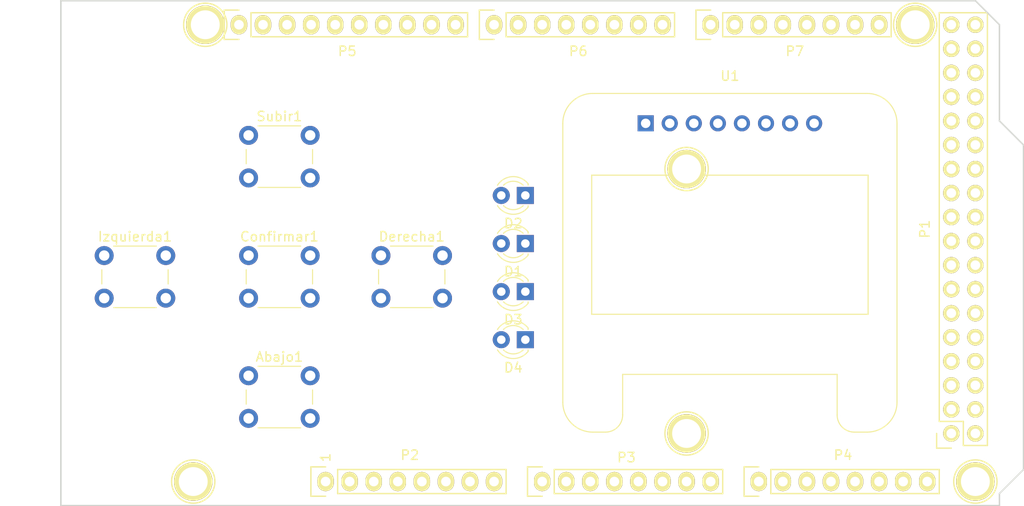
<source format=kicad_pcb>
(kicad_pcb (version 20171130) (host pcbnew 5.1.5-52549c5~84~ubuntu18.04.1)

  (general
    (thickness 1.6)
    (drawings 27)
    (tracks 0)
    (zones 0)
    (modules 23)
    (nets 99)
  )

  (page A4)
  (title_block
    (date "mar. 31 mars 2015")
  )

  (layers
    (0 F.Cu signal)
    (31 B.Cu signal)
    (32 B.Adhes user)
    (33 F.Adhes user)
    (34 B.Paste user)
    (35 F.Paste user)
    (36 B.SilkS user)
    (37 F.SilkS user)
    (38 B.Mask user)
    (39 F.Mask user)
    (40 Dwgs.User user)
    (41 Cmts.User user)
    (42 Eco1.User user)
    (43 Eco2.User user)
    (44 Edge.Cuts user)
    (45 Margin user)
    (46 B.CrtYd user)
    (47 F.CrtYd user)
    (48 B.Fab user)
    (49 F.Fab user)
  )

  (setup
    (last_trace_width 0.25)
    (trace_clearance 0.2)
    (zone_clearance 0.508)
    (zone_45_only no)
    (trace_min 0.2)
    (via_size 0.6)
    (via_drill 0.4)
    (via_min_size 0.4)
    (via_min_drill 0.3)
    (uvia_size 0.3)
    (uvia_drill 0.1)
    (uvias_allowed no)
    (uvia_min_size 0.2)
    (uvia_min_drill 0.1)
    (edge_width 0.15)
    (segment_width 0.15)
    (pcb_text_width 0.3)
    (pcb_text_size 1.5 1.5)
    (mod_edge_width 0.15)
    (mod_text_size 1 1)
    (mod_text_width 0.15)
    (pad_size 4.064 4.064)
    (pad_drill 3.048)
    (pad_to_mask_clearance 0)
    (aux_axis_origin 103.378 121.666)
    (visible_elements FFFFFF7F)
    (pcbplotparams
      (layerselection 0x00030_80000001)
      (usegerberextensions false)
      (usegerberattributes false)
      (usegerberadvancedattributes false)
      (creategerberjobfile false)
      (excludeedgelayer true)
      (linewidth 0.100000)
      (plotframeref false)
      (viasonmask false)
      (mode 1)
      (useauxorigin false)
      (hpglpennumber 1)
      (hpglpenspeed 20)
      (hpglpendiameter 15.000000)
      (psnegative false)
      (psa4output false)
      (plotreference true)
      (plotvalue true)
      (plotinvisibletext false)
      (padsonsilk false)
      (subtractmaskfromsilk false)
      (outputformat 1)
      (mirror false)
      (drillshape 1)
      (scaleselection 1)
      (outputdirectory ""))
  )

  (net 0 "")
  (net 1 GND)
  (net 2 "/52(SCK)")
  (net 3 "/53(SS)")
  (net 4 "/50(MISO)")
  (net 5 "/51(MOSI)")
  (net 6 /48)
  (net 7 /49)
  (net 8 /46)
  (net 9 /47)
  (net 10 /44)
  (net 11 /45)
  (net 12 /42)
  (net 13 /43)
  (net 14 /40)
  (net 15 /41)
  (net 16 /38)
  (net 17 /39)
  (net 18 /36)
  (net 19 /37)
  (net 20 /34)
  (net 21 /35)
  (net 22 /32)
  (net 23 /33)
  (net 24 /30)
  (net 25 /31)
  (net 26 /28)
  (net 27 /29)
  (net 28 /26)
  (net 29 /27)
  (net 30 /24)
  (net 31 /25)
  (net 32 /22)
  (net 33 /23)
  (net 34 +5V)
  (net 35 /IOREF)
  (net 36 /Reset)
  (net 37 /Vin)
  (net 38 /A0)
  (net 39 /A1)
  (net 40 /A2)
  (net 41 /A3)
  (net 42 /A4)
  (net 43 /A5)
  (net 44 /A6)
  (net 45 /A7)
  (net 46 /A8)
  (net 47 /A9)
  (net 48 /A10)
  (net 49 /A11)
  (net 50 /A12)
  (net 51 /A13)
  (net 52 /A14)
  (net 53 /A15)
  (net 54 /SCL)
  (net 55 /SDA)
  (net 56 /AREF)
  (net 57 "/13(**)")
  (net 58 "/12(**)")
  (net 59 "/11(**)")
  (net 60 "/10(**)")
  (net 61 "/9(**)")
  (net 62 "/8(**)")
  (net 63 "/7(**)")
  (net 64 "/6(**)")
  (net 65 "/5(**)")
  (net 66 "/4(**)")
  (net 67 "/3(**)")
  (net 68 "/2(**)")
  (net 69 "/20(SDA)")
  (net 70 "/21(SCL)")
  (net 71 "Net-(P8-Pad1)")
  (net 72 "Net-(P9-Pad1)")
  (net 73 "Net-(P10-Pad1)")
  (net 74 "Net-(P11-Pad1)")
  (net 75 "Net-(P12-Pad1)")
  (net 76 "Net-(P13-Pad1)")
  (net 77 "Net-(P2-Pad1)")
  (net 78 +3V3)
  (net 79 "/1(Tx0)")
  (net 80 "/0(Rx0)")
  (net 81 "/14(Tx3)")
  (net 82 "/15(Rx3)")
  (net 83 "/16(Tx2)")
  (net 84 "/17(Rx2)")
  (net 85 "/18(Tx1)")
  (net 86 "/19(Rx1)")
  (net 87 "Net-(D1-Pad2)")
  (net 88 "Net-(D2-Pad2)")
  (net 89 "Net-(D3-Pad2)")
  (net 90 "Net-(D4-Pad2)")
  (net 91 "Net-(U1-Pad1)")
  (net 92 "Net-(U1-Pad2)")
  (net 93 "Net-(U1-Pad3)")
  (net 94 "Net-(U1-Pad4)")
  (net 95 "Net-(U1-Pad5)")
  (net 96 "Net-(U1-Pad6)")
  (net 97 "Net-(U1-Pad7)")
  (net 98 "Net-(U1-Pad8)")

  (net_class Default "This is the default net class."
    (clearance 0.2)
    (trace_width 0.25)
    (via_dia 0.6)
    (via_drill 0.4)
    (uvia_dia 0.3)
    (uvia_drill 0.1)
    (add_net +3V3)
    (add_net +5V)
    (add_net "/0(Rx0)")
    (add_net "/1(Tx0)")
    (add_net "/10(**)")
    (add_net "/11(**)")
    (add_net "/12(**)")
    (add_net "/13(**)")
    (add_net "/14(Tx3)")
    (add_net "/15(Rx3)")
    (add_net "/16(Tx2)")
    (add_net "/17(Rx2)")
    (add_net "/18(Tx1)")
    (add_net "/19(Rx1)")
    (add_net "/2(**)")
    (add_net "/20(SDA)")
    (add_net "/21(SCL)")
    (add_net /22)
    (add_net /23)
    (add_net /24)
    (add_net /25)
    (add_net /26)
    (add_net /27)
    (add_net /28)
    (add_net /29)
    (add_net "/3(**)")
    (add_net /30)
    (add_net /31)
    (add_net /32)
    (add_net /33)
    (add_net /34)
    (add_net /35)
    (add_net /36)
    (add_net /37)
    (add_net /38)
    (add_net /39)
    (add_net "/4(**)")
    (add_net /40)
    (add_net /41)
    (add_net /42)
    (add_net /43)
    (add_net /44)
    (add_net /45)
    (add_net /46)
    (add_net /47)
    (add_net /48)
    (add_net /49)
    (add_net "/5(**)")
    (add_net "/50(MISO)")
    (add_net "/51(MOSI)")
    (add_net "/52(SCK)")
    (add_net "/53(SS)")
    (add_net "/6(**)")
    (add_net "/7(**)")
    (add_net "/8(**)")
    (add_net "/9(**)")
    (add_net /A0)
    (add_net /A1)
    (add_net /A10)
    (add_net /A11)
    (add_net /A12)
    (add_net /A13)
    (add_net /A14)
    (add_net /A15)
    (add_net /A2)
    (add_net /A3)
    (add_net /A4)
    (add_net /A5)
    (add_net /A6)
    (add_net /A7)
    (add_net /A8)
    (add_net /A9)
    (add_net /AREF)
    (add_net /IOREF)
    (add_net /Reset)
    (add_net /SCL)
    (add_net /SDA)
    (add_net /Vin)
    (add_net GND)
    (add_net "Net-(D1-Pad2)")
    (add_net "Net-(D2-Pad2)")
    (add_net "Net-(D3-Pad2)")
    (add_net "Net-(D4-Pad2)")
    (add_net "Net-(P10-Pad1)")
    (add_net "Net-(P11-Pad1)")
    (add_net "Net-(P12-Pad1)")
    (add_net "Net-(P13-Pad1)")
    (add_net "Net-(P2-Pad1)")
    (add_net "Net-(P8-Pad1)")
    (add_net "Net-(P9-Pad1)")
    (add_net "Net-(U1-Pad1)")
    (add_net "Net-(U1-Pad2)")
    (add_net "Net-(U1-Pad3)")
    (add_net "Net-(U1-Pad4)")
    (add_net "Net-(U1-Pad5)")
    (add_net "Net-(U1-Pad6)")
    (add_net "Net-(U1-Pad7)")
    (add_net "Net-(U1-Pad8)")
  )

  (module Socket_Arduino_Mega:Socket_Strip_Arduino_2x18 locked (layer F.Cu) (tedit 55216789) (tstamp 551AFCE5)
    (at 197.358 114.046 90)
    (descr "Through hole socket strip")
    (tags "socket strip")
    (path /56D743B5)
    (fp_text reference P1 (at 21.59 -2.794 90) (layer F.SilkS)
      (effects (font (size 1 1) (thickness 0.15)))
    )
    (fp_text value Digital (at 21.59 -4.572 90) (layer F.Fab)
      (effects (font (size 1 1) (thickness 0.15)))
    )
    (fp_line (start -1.75 -1.75) (end -1.75 4.3) (layer F.CrtYd) (width 0.05))
    (fp_line (start 44.95 -1.75) (end 44.95 4.3) (layer F.CrtYd) (width 0.05))
    (fp_line (start -1.75 -1.75) (end 44.95 -1.75) (layer F.CrtYd) (width 0.05))
    (fp_line (start -1.75 4.3) (end 44.95 4.3) (layer F.CrtYd) (width 0.05))
    (fp_line (start -1.27 3.81) (end 44.45 3.81) (layer F.SilkS) (width 0.15))
    (fp_line (start 44.45 -1.27) (end 1.27 -1.27) (layer F.SilkS) (width 0.15))
    (fp_line (start 44.45 3.81) (end 44.45 -1.27) (layer F.SilkS) (width 0.15))
    (fp_line (start -1.27 3.81) (end -1.27 1.27) (layer F.SilkS) (width 0.15))
    (fp_line (start 0 -1.55) (end -1.55 -1.55) (layer F.SilkS) (width 0.15))
    (fp_line (start -1.27 1.27) (end 1.27 1.27) (layer F.SilkS) (width 0.15))
    (fp_line (start 1.27 1.27) (end 1.27 -1.27) (layer F.SilkS) (width 0.15))
    (fp_line (start -1.55 -1.55) (end -1.55 0) (layer F.SilkS) (width 0.15))
    (pad 1 thru_hole circle (at 0 0 90) (size 1.7272 1.7272) (drill 1.016) (layers *.Cu *.Mask F.SilkS)
      (net 1 GND))
    (pad 2 thru_hole oval (at 0 2.54 90) (size 1.7272 1.7272) (drill 1.016) (layers *.Cu *.Mask F.SilkS)
      (net 1 GND))
    (pad 3 thru_hole oval (at 2.54 0 90) (size 1.7272 1.7272) (drill 1.016) (layers *.Cu *.Mask F.SilkS)
      (net 2 "/52(SCK)"))
    (pad 4 thru_hole oval (at 2.54 2.54 90) (size 1.7272 1.7272) (drill 1.016) (layers *.Cu *.Mask F.SilkS)
      (net 3 "/53(SS)"))
    (pad 5 thru_hole oval (at 5.08 0 90) (size 1.7272 1.7272) (drill 1.016) (layers *.Cu *.Mask F.SilkS)
      (net 4 "/50(MISO)"))
    (pad 6 thru_hole oval (at 5.08 2.54 90) (size 1.7272 1.7272) (drill 1.016) (layers *.Cu *.Mask F.SilkS)
      (net 5 "/51(MOSI)"))
    (pad 7 thru_hole oval (at 7.62 0 90) (size 1.7272 1.7272) (drill 1.016) (layers *.Cu *.Mask F.SilkS)
      (net 6 /48))
    (pad 8 thru_hole oval (at 7.62 2.54 90) (size 1.7272 1.7272) (drill 1.016) (layers *.Cu *.Mask F.SilkS)
      (net 7 /49))
    (pad 9 thru_hole oval (at 10.16 0 90) (size 1.7272 1.7272) (drill 1.016) (layers *.Cu *.Mask F.SilkS)
      (net 8 /46))
    (pad 10 thru_hole oval (at 10.16 2.54 90) (size 1.7272 1.7272) (drill 1.016) (layers *.Cu *.Mask F.SilkS)
      (net 9 /47))
    (pad 11 thru_hole oval (at 12.7 0 90) (size 1.7272 1.7272) (drill 1.016) (layers *.Cu *.Mask F.SilkS)
      (net 10 /44))
    (pad 12 thru_hole oval (at 12.7 2.54 90) (size 1.7272 1.7272) (drill 1.016) (layers *.Cu *.Mask F.SilkS)
      (net 11 /45))
    (pad 13 thru_hole oval (at 15.24 0 90) (size 1.7272 1.7272) (drill 1.016) (layers *.Cu *.Mask F.SilkS)
      (net 12 /42))
    (pad 14 thru_hole oval (at 15.24 2.54 90) (size 1.7272 1.7272) (drill 1.016) (layers *.Cu *.Mask F.SilkS)
      (net 13 /43))
    (pad 15 thru_hole oval (at 17.78 0 90) (size 1.7272 1.7272) (drill 1.016) (layers *.Cu *.Mask F.SilkS)
      (net 14 /40))
    (pad 16 thru_hole oval (at 17.78 2.54 90) (size 1.7272 1.7272) (drill 1.016) (layers *.Cu *.Mask F.SilkS)
      (net 15 /41))
    (pad 17 thru_hole oval (at 20.32 0 90) (size 1.7272 1.7272) (drill 1.016) (layers *.Cu *.Mask F.SilkS)
      (net 16 /38))
    (pad 18 thru_hole oval (at 20.32 2.54 90) (size 1.7272 1.7272) (drill 1.016) (layers *.Cu *.Mask F.SilkS)
      (net 17 /39))
    (pad 19 thru_hole oval (at 22.86 0 90) (size 1.7272 1.7272) (drill 1.016) (layers *.Cu *.Mask F.SilkS)
      (net 18 /36))
    (pad 20 thru_hole oval (at 22.86 2.54 90) (size 1.7272 1.7272) (drill 1.016) (layers *.Cu *.Mask F.SilkS)
      (net 19 /37))
    (pad 21 thru_hole oval (at 25.4 0 90) (size 1.7272 1.7272) (drill 1.016) (layers *.Cu *.Mask F.SilkS)
      (net 20 /34))
    (pad 22 thru_hole oval (at 25.4 2.54 90) (size 1.7272 1.7272) (drill 1.016) (layers *.Cu *.Mask F.SilkS)
      (net 21 /35))
    (pad 23 thru_hole oval (at 27.94 0 90) (size 1.7272 1.7272) (drill 1.016) (layers *.Cu *.Mask F.SilkS)
      (net 22 /32))
    (pad 24 thru_hole oval (at 27.94 2.54 90) (size 1.7272 1.7272) (drill 1.016) (layers *.Cu *.Mask F.SilkS)
      (net 23 /33))
    (pad 25 thru_hole oval (at 30.48 0 90) (size 1.7272 1.7272) (drill 1.016) (layers *.Cu *.Mask F.SilkS)
      (net 24 /30))
    (pad 26 thru_hole oval (at 30.48 2.54 90) (size 1.7272 1.7272) (drill 1.016) (layers *.Cu *.Mask F.SilkS)
      (net 25 /31))
    (pad 27 thru_hole oval (at 33.02 0 90) (size 1.7272 1.7272) (drill 1.016) (layers *.Cu *.Mask F.SilkS)
      (net 26 /28))
    (pad 28 thru_hole oval (at 33.02 2.54 90) (size 1.7272 1.7272) (drill 1.016) (layers *.Cu *.Mask F.SilkS)
      (net 27 /29))
    (pad 29 thru_hole oval (at 35.56 0 90) (size 1.7272 1.7272) (drill 1.016) (layers *.Cu *.Mask F.SilkS)
      (net 28 /26))
    (pad 30 thru_hole oval (at 35.56 2.54 90) (size 1.7272 1.7272) (drill 1.016) (layers *.Cu *.Mask F.SilkS)
      (net 29 /27))
    (pad 31 thru_hole oval (at 38.1 0 90) (size 1.7272 1.7272) (drill 1.016) (layers *.Cu *.Mask F.SilkS)
      (net 30 /24))
    (pad 32 thru_hole oval (at 38.1 2.54 90) (size 1.7272 1.7272) (drill 1.016) (layers *.Cu *.Mask F.SilkS)
      (net 31 /25))
    (pad 33 thru_hole oval (at 40.64 0 90) (size 1.7272 1.7272) (drill 1.016) (layers *.Cu *.Mask F.SilkS)
      (net 32 /22))
    (pad 34 thru_hole oval (at 40.64 2.54 90) (size 1.7272 1.7272) (drill 1.016) (layers *.Cu *.Mask F.SilkS)
      (net 33 /23))
    (pad 35 thru_hole oval (at 43.18 0 90) (size 1.7272 1.7272) (drill 1.016) (layers *.Cu *.Mask F.SilkS)
      (net 34 +5V))
    (pad 36 thru_hole oval (at 43.18 2.54 90) (size 1.7272 1.7272) (drill 1.016) (layers *.Cu *.Mask F.SilkS)
      (net 34 +5V))
    (model ${KIPRJMOD}/Socket_Arduino_Mega.3dshapes/Socket_header_Arduino_2x18.wrl
      (offset (xyz 21.58999967575073 -1.269999980926514 0))
      (scale (xyz 1 1 1))
      (rotate (xyz 0 0 180))
    )
  )

  (module Socket_Arduino_Mega:Socket_Strip_Arduino_1x08 locked (layer F.Cu) (tedit 55216755) (tstamp 551AFCFC)
    (at 131.318 119.126)
    (descr "Through hole socket strip")
    (tags "socket strip")
    (path /56D71773)
    (fp_text reference P2 (at 8.89 -2.794) (layer F.SilkS)
      (effects (font (size 1 1) (thickness 0.15)))
    )
    (fp_text value Power (at 8.89 -4.318) (layer F.Fab)
      (effects (font (size 1 1) (thickness 0.15)))
    )
    (fp_line (start -1.75 -1.75) (end -1.75 1.75) (layer F.CrtYd) (width 0.05))
    (fp_line (start 19.55 -1.75) (end 19.55 1.75) (layer F.CrtYd) (width 0.05))
    (fp_line (start -1.75 -1.75) (end 19.55 -1.75) (layer F.CrtYd) (width 0.05))
    (fp_line (start -1.75 1.75) (end 19.55 1.75) (layer F.CrtYd) (width 0.05))
    (fp_line (start 1.27 1.27) (end 19.05 1.27) (layer F.SilkS) (width 0.15))
    (fp_line (start 19.05 1.27) (end 19.05 -1.27) (layer F.SilkS) (width 0.15))
    (fp_line (start 19.05 -1.27) (end 1.27 -1.27) (layer F.SilkS) (width 0.15))
    (fp_line (start -1.55 1.55) (end 0 1.55) (layer F.SilkS) (width 0.15))
    (fp_line (start 1.27 1.27) (end 1.27 -1.27) (layer F.SilkS) (width 0.15))
    (fp_line (start 0 -1.55) (end -1.55 -1.55) (layer F.SilkS) (width 0.15))
    (fp_line (start -1.55 -1.55) (end -1.55 1.55) (layer F.SilkS) (width 0.15))
    (pad 1 thru_hole oval (at 0 0) (size 1.7272 2.032) (drill 1.016) (layers *.Cu *.Mask F.SilkS)
      (net 77 "Net-(P2-Pad1)"))
    (pad 2 thru_hole oval (at 2.54 0) (size 1.7272 2.032) (drill 1.016) (layers *.Cu *.Mask F.SilkS)
      (net 35 /IOREF))
    (pad 3 thru_hole oval (at 5.08 0) (size 1.7272 2.032) (drill 1.016) (layers *.Cu *.Mask F.SilkS)
      (net 36 /Reset))
    (pad 4 thru_hole oval (at 7.62 0) (size 1.7272 2.032) (drill 1.016) (layers *.Cu *.Mask F.SilkS)
      (net 78 +3V3))
    (pad 5 thru_hole oval (at 10.16 0) (size 1.7272 2.032) (drill 1.016) (layers *.Cu *.Mask F.SilkS)
      (net 34 +5V))
    (pad 6 thru_hole oval (at 12.7 0) (size 1.7272 2.032) (drill 1.016) (layers *.Cu *.Mask F.SilkS)
      (net 1 GND))
    (pad 7 thru_hole oval (at 15.24 0) (size 1.7272 2.032) (drill 1.016) (layers *.Cu *.Mask F.SilkS)
      (net 1 GND))
    (pad 8 thru_hole oval (at 17.78 0) (size 1.7272 2.032) (drill 1.016) (layers *.Cu *.Mask F.SilkS)
      (net 37 /Vin))
    (model ${KIPRJMOD}/Socket_Arduino_Mega.3dshapes/Socket_header_Arduino_1x08.wrl
      (offset (xyz 8.889999866485596 0 0))
      (scale (xyz 1 1 1))
      (rotate (xyz 0 0 180))
    )
  )

  (module Socket_Arduino_Mega:Socket_Strip_Arduino_1x08 locked (layer F.Cu) (tedit 5521677D) (tstamp 551AFD13)
    (at 154.178 119.126)
    (descr "Through hole socket strip")
    (tags "socket strip")
    (path /56D72F1C)
    (fp_text reference P3 (at 8.89 -2.54) (layer F.SilkS)
      (effects (font (size 1 1) (thickness 0.15)))
    )
    (fp_text value Analog (at 8.89 -4.318) (layer F.Fab)
      (effects (font (size 1 1) (thickness 0.15)))
    )
    (fp_line (start -1.75 -1.75) (end -1.75 1.75) (layer F.CrtYd) (width 0.05))
    (fp_line (start 19.55 -1.75) (end 19.55 1.75) (layer F.CrtYd) (width 0.05))
    (fp_line (start -1.75 -1.75) (end 19.55 -1.75) (layer F.CrtYd) (width 0.05))
    (fp_line (start -1.75 1.75) (end 19.55 1.75) (layer F.CrtYd) (width 0.05))
    (fp_line (start 1.27 1.27) (end 19.05 1.27) (layer F.SilkS) (width 0.15))
    (fp_line (start 19.05 1.27) (end 19.05 -1.27) (layer F.SilkS) (width 0.15))
    (fp_line (start 19.05 -1.27) (end 1.27 -1.27) (layer F.SilkS) (width 0.15))
    (fp_line (start -1.55 1.55) (end 0 1.55) (layer F.SilkS) (width 0.15))
    (fp_line (start 1.27 1.27) (end 1.27 -1.27) (layer F.SilkS) (width 0.15))
    (fp_line (start 0 -1.55) (end -1.55 -1.55) (layer F.SilkS) (width 0.15))
    (fp_line (start -1.55 -1.55) (end -1.55 1.55) (layer F.SilkS) (width 0.15))
    (pad 1 thru_hole oval (at 0 0) (size 1.7272 2.032) (drill 1.016) (layers *.Cu *.Mask F.SilkS)
      (net 38 /A0))
    (pad 2 thru_hole oval (at 2.54 0) (size 1.7272 2.032) (drill 1.016) (layers *.Cu *.Mask F.SilkS)
      (net 39 /A1))
    (pad 3 thru_hole oval (at 5.08 0) (size 1.7272 2.032) (drill 1.016) (layers *.Cu *.Mask F.SilkS)
      (net 40 /A2))
    (pad 4 thru_hole oval (at 7.62 0) (size 1.7272 2.032) (drill 1.016) (layers *.Cu *.Mask F.SilkS)
      (net 41 /A3))
    (pad 5 thru_hole oval (at 10.16 0) (size 1.7272 2.032) (drill 1.016) (layers *.Cu *.Mask F.SilkS)
      (net 42 /A4))
    (pad 6 thru_hole oval (at 12.7 0) (size 1.7272 2.032) (drill 1.016) (layers *.Cu *.Mask F.SilkS)
      (net 43 /A5))
    (pad 7 thru_hole oval (at 15.24 0) (size 1.7272 2.032) (drill 1.016) (layers *.Cu *.Mask F.SilkS)
      (net 44 /A6))
    (pad 8 thru_hole oval (at 17.78 0) (size 1.7272 2.032) (drill 1.016) (layers *.Cu *.Mask F.SilkS)
      (net 45 /A7))
    (model ${KIPRJMOD}/Socket_Arduino_Mega.3dshapes/Socket_header_Arduino_1x08.wrl
      (offset (xyz 8.889999866485596 0 0))
      (scale (xyz 1 1 1))
      (rotate (xyz 0 0 180))
    )
  )

  (module Socket_Arduino_Mega:Socket_Strip_Arduino_1x08 locked (layer F.Cu) (tedit 55216772) (tstamp 551AFD2A)
    (at 177.038 119.126)
    (descr "Through hole socket strip")
    (tags "socket strip")
    (path /56D73A0E)
    (fp_text reference P4 (at 8.89 -2.794) (layer F.SilkS)
      (effects (font (size 1 1) (thickness 0.15)))
    )
    (fp_text value Analog (at 8.89 -4.318) (layer F.Fab)
      (effects (font (size 1 1) (thickness 0.15)))
    )
    (fp_line (start -1.75 -1.75) (end -1.75 1.75) (layer F.CrtYd) (width 0.05))
    (fp_line (start 19.55 -1.75) (end 19.55 1.75) (layer F.CrtYd) (width 0.05))
    (fp_line (start -1.75 -1.75) (end 19.55 -1.75) (layer F.CrtYd) (width 0.05))
    (fp_line (start -1.75 1.75) (end 19.55 1.75) (layer F.CrtYd) (width 0.05))
    (fp_line (start 1.27 1.27) (end 19.05 1.27) (layer F.SilkS) (width 0.15))
    (fp_line (start 19.05 1.27) (end 19.05 -1.27) (layer F.SilkS) (width 0.15))
    (fp_line (start 19.05 -1.27) (end 1.27 -1.27) (layer F.SilkS) (width 0.15))
    (fp_line (start -1.55 1.55) (end 0 1.55) (layer F.SilkS) (width 0.15))
    (fp_line (start 1.27 1.27) (end 1.27 -1.27) (layer F.SilkS) (width 0.15))
    (fp_line (start 0 -1.55) (end -1.55 -1.55) (layer F.SilkS) (width 0.15))
    (fp_line (start -1.55 -1.55) (end -1.55 1.55) (layer F.SilkS) (width 0.15))
    (pad 1 thru_hole oval (at 0 0) (size 1.7272 2.032) (drill 1.016) (layers *.Cu *.Mask F.SilkS)
      (net 46 /A8))
    (pad 2 thru_hole oval (at 2.54 0) (size 1.7272 2.032) (drill 1.016) (layers *.Cu *.Mask F.SilkS)
      (net 47 /A9))
    (pad 3 thru_hole oval (at 5.08 0) (size 1.7272 2.032) (drill 1.016) (layers *.Cu *.Mask F.SilkS)
      (net 48 /A10))
    (pad 4 thru_hole oval (at 7.62 0) (size 1.7272 2.032) (drill 1.016) (layers *.Cu *.Mask F.SilkS)
      (net 49 /A11))
    (pad 5 thru_hole oval (at 10.16 0) (size 1.7272 2.032) (drill 1.016) (layers *.Cu *.Mask F.SilkS)
      (net 50 /A12))
    (pad 6 thru_hole oval (at 12.7 0) (size 1.7272 2.032) (drill 1.016) (layers *.Cu *.Mask F.SilkS)
      (net 51 /A13))
    (pad 7 thru_hole oval (at 15.24 0) (size 1.7272 2.032) (drill 1.016) (layers *.Cu *.Mask F.SilkS)
      (net 52 /A14))
    (pad 8 thru_hole oval (at 17.78 0) (size 1.7272 2.032) (drill 1.016) (layers *.Cu *.Mask F.SilkS)
      (net 53 /A15))
    (model ${KIPRJMOD}/Socket_Arduino_Mega.3dshapes/Socket_header_Arduino_1x08.wrl
      (offset (xyz 8.889999866485596 0 0))
      (scale (xyz 1 1 1))
      (rotate (xyz 0 0 180))
    )
  )

  (module Socket_Arduino_Mega:Socket_Strip_Arduino_1x10 locked (layer F.Cu) (tedit 551AFC9C) (tstamp 551AFD43)
    (at 122.174 70.866)
    (descr "Through hole socket strip")
    (tags "socket strip")
    (path /56D72368)
    (fp_text reference P5 (at 11.43 2.794) (layer F.SilkS)
      (effects (font (size 1 1) (thickness 0.15)))
    )
    (fp_text value PWM (at 11.43 4.318) (layer F.Fab)
      (effects (font (size 1 1) (thickness 0.15)))
    )
    (fp_line (start -1.75 -1.75) (end -1.75 1.75) (layer F.CrtYd) (width 0.05))
    (fp_line (start 24.65 -1.75) (end 24.65 1.75) (layer F.CrtYd) (width 0.05))
    (fp_line (start -1.75 -1.75) (end 24.65 -1.75) (layer F.CrtYd) (width 0.05))
    (fp_line (start -1.75 1.75) (end 24.65 1.75) (layer F.CrtYd) (width 0.05))
    (fp_line (start 1.27 1.27) (end 24.13 1.27) (layer F.SilkS) (width 0.15))
    (fp_line (start 24.13 1.27) (end 24.13 -1.27) (layer F.SilkS) (width 0.15))
    (fp_line (start 24.13 -1.27) (end 1.27 -1.27) (layer F.SilkS) (width 0.15))
    (fp_line (start -1.55 1.55) (end 0 1.55) (layer F.SilkS) (width 0.15))
    (fp_line (start 1.27 1.27) (end 1.27 -1.27) (layer F.SilkS) (width 0.15))
    (fp_line (start 0 -1.55) (end -1.55 -1.55) (layer F.SilkS) (width 0.15))
    (fp_line (start -1.55 -1.55) (end -1.55 1.55) (layer F.SilkS) (width 0.15))
    (pad 1 thru_hole oval (at 0 0) (size 1.7272 2.032) (drill 1.016) (layers *.Cu *.Mask F.SilkS)
      (net 54 /SCL))
    (pad 2 thru_hole oval (at 2.54 0) (size 1.7272 2.032) (drill 1.016) (layers *.Cu *.Mask F.SilkS)
      (net 55 /SDA))
    (pad 3 thru_hole oval (at 5.08 0) (size 1.7272 2.032) (drill 1.016) (layers *.Cu *.Mask F.SilkS)
      (net 56 /AREF))
    (pad 4 thru_hole oval (at 7.62 0) (size 1.7272 2.032) (drill 1.016) (layers *.Cu *.Mask F.SilkS)
      (net 1 GND))
    (pad 5 thru_hole oval (at 10.16 0) (size 1.7272 2.032) (drill 1.016) (layers *.Cu *.Mask F.SilkS)
      (net 57 "/13(**)"))
    (pad 6 thru_hole oval (at 12.7 0) (size 1.7272 2.032) (drill 1.016) (layers *.Cu *.Mask F.SilkS)
      (net 58 "/12(**)"))
    (pad 7 thru_hole oval (at 15.24 0) (size 1.7272 2.032) (drill 1.016) (layers *.Cu *.Mask F.SilkS)
      (net 59 "/11(**)"))
    (pad 8 thru_hole oval (at 17.78 0) (size 1.7272 2.032) (drill 1.016) (layers *.Cu *.Mask F.SilkS)
      (net 60 "/10(**)"))
    (pad 9 thru_hole oval (at 20.32 0) (size 1.7272 2.032) (drill 1.016) (layers *.Cu *.Mask F.SilkS)
      (net 61 "/9(**)"))
    (pad 10 thru_hole oval (at 22.86 0) (size 1.7272 2.032) (drill 1.016) (layers *.Cu *.Mask F.SilkS)
      (net 62 "/8(**)"))
    (model ${KIPRJMOD}/Socket_Arduino_Mega.3dshapes/Socket_header_Arduino_1x10.wrl
      (offset (xyz 11.42999982833862 0 0))
      (scale (xyz 1 1 1))
      (rotate (xyz 0 0 180))
    )
  )

  (module Socket_Arduino_Mega:Socket_Strip_Arduino_1x08 locked (layer F.Cu) (tedit 551AFC7F) (tstamp 551AFD5A)
    (at 149.098 70.866)
    (descr "Through hole socket strip")
    (tags "socket strip")
    (path /56D734D0)
    (fp_text reference P6 (at 8.89 2.794) (layer F.SilkS)
      (effects (font (size 1 1) (thickness 0.15)))
    )
    (fp_text value PWM (at 8.89 4.318) (layer F.Fab)
      (effects (font (size 1 1) (thickness 0.15)))
    )
    (fp_line (start -1.75 -1.75) (end -1.75 1.75) (layer F.CrtYd) (width 0.05))
    (fp_line (start 19.55 -1.75) (end 19.55 1.75) (layer F.CrtYd) (width 0.05))
    (fp_line (start -1.75 -1.75) (end 19.55 -1.75) (layer F.CrtYd) (width 0.05))
    (fp_line (start -1.75 1.75) (end 19.55 1.75) (layer F.CrtYd) (width 0.05))
    (fp_line (start 1.27 1.27) (end 19.05 1.27) (layer F.SilkS) (width 0.15))
    (fp_line (start 19.05 1.27) (end 19.05 -1.27) (layer F.SilkS) (width 0.15))
    (fp_line (start 19.05 -1.27) (end 1.27 -1.27) (layer F.SilkS) (width 0.15))
    (fp_line (start -1.55 1.55) (end 0 1.55) (layer F.SilkS) (width 0.15))
    (fp_line (start 1.27 1.27) (end 1.27 -1.27) (layer F.SilkS) (width 0.15))
    (fp_line (start 0 -1.55) (end -1.55 -1.55) (layer F.SilkS) (width 0.15))
    (fp_line (start -1.55 -1.55) (end -1.55 1.55) (layer F.SilkS) (width 0.15))
    (pad 1 thru_hole oval (at 0 0) (size 1.7272 2.032) (drill 1.016) (layers *.Cu *.Mask F.SilkS)
      (net 63 "/7(**)"))
    (pad 2 thru_hole oval (at 2.54 0) (size 1.7272 2.032) (drill 1.016) (layers *.Cu *.Mask F.SilkS)
      (net 64 "/6(**)"))
    (pad 3 thru_hole oval (at 5.08 0) (size 1.7272 2.032) (drill 1.016) (layers *.Cu *.Mask F.SilkS)
      (net 65 "/5(**)"))
    (pad 4 thru_hole oval (at 7.62 0) (size 1.7272 2.032) (drill 1.016) (layers *.Cu *.Mask F.SilkS)
      (net 66 "/4(**)"))
    (pad 5 thru_hole oval (at 10.16 0) (size 1.7272 2.032) (drill 1.016) (layers *.Cu *.Mask F.SilkS)
      (net 67 "/3(**)"))
    (pad 6 thru_hole oval (at 12.7 0) (size 1.7272 2.032) (drill 1.016) (layers *.Cu *.Mask F.SilkS)
      (net 68 "/2(**)"))
    (pad 7 thru_hole oval (at 15.24 0) (size 1.7272 2.032) (drill 1.016) (layers *.Cu *.Mask F.SilkS)
      (net 79 "/1(Tx0)"))
    (pad 8 thru_hole oval (at 17.78 0) (size 1.7272 2.032) (drill 1.016) (layers *.Cu *.Mask F.SilkS)
      (net 80 "/0(Rx0)"))
    (model ${KIPRJMOD}/Socket_Arduino_Mega.3dshapes/Socket_header_Arduino_1x08.wrl
      (offset (xyz 8.889999866485596 0 0))
      (scale (xyz 1 1 1))
      (rotate (xyz 0 0 180))
    )
  )

  (module Socket_Arduino_Mega:Socket_Strip_Arduino_1x08 locked (layer F.Cu) (tedit 551AFC73) (tstamp 551AFD71)
    (at 171.958 70.866)
    (descr "Through hole socket strip")
    (tags "socket strip")
    (path /56D73F2C)
    (fp_text reference P7 (at 8.89 2.794) (layer F.SilkS)
      (effects (font (size 1 1) (thickness 0.15)))
    )
    (fp_text value Communication (at 8.89 4.064) (layer F.Fab)
      (effects (font (size 1 1) (thickness 0.15)))
    )
    (fp_line (start -1.75 -1.75) (end -1.75 1.75) (layer F.CrtYd) (width 0.05))
    (fp_line (start 19.55 -1.75) (end 19.55 1.75) (layer F.CrtYd) (width 0.05))
    (fp_line (start -1.75 -1.75) (end 19.55 -1.75) (layer F.CrtYd) (width 0.05))
    (fp_line (start -1.75 1.75) (end 19.55 1.75) (layer F.CrtYd) (width 0.05))
    (fp_line (start 1.27 1.27) (end 19.05 1.27) (layer F.SilkS) (width 0.15))
    (fp_line (start 19.05 1.27) (end 19.05 -1.27) (layer F.SilkS) (width 0.15))
    (fp_line (start 19.05 -1.27) (end 1.27 -1.27) (layer F.SilkS) (width 0.15))
    (fp_line (start -1.55 1.55) (end 0 1.55) (layer F.SilkS) (width 0.15))
    (fp_line (start 1.27 1.27) (end 1.27 -1.27) (layer F.SilkS) (width 0.15))
    (fp_line (start 0 -1.55) (end -1.55 -1.55) (layer F.SilkS) (width 0.15))
    (fp_line (start -1.55 -1.55) (end -1.55 1.55) (layer F.SilkS) (width 0.15))
    (pad 1 thru_hole oval (at 0 0) (size 1.7272 2.032) (drill 1.016) (layers *.Cu *.Mask F.SilkS)
      (net 81 "/14(Tx3)"))
    (pad 2 thru_hole oval (at 2.54 0) (size 1.7272 2.032) (drill 1.016) (layers *.Cu *.Mask F.SilkS)
      (net 82 "/15(Rx3)"))
    (pad 3 thru_hole oval (at 5.08 0) (size 1.7272 2.032) (drill 1.016) (layers *.Cu *.Mask F.SilkS)
      (net 83 "/16(Tx2)"))
    (pad 4 thru_hole oval (at 7.62 0) (size 1.7272 2.032) (drill 1.016) (layers *.Cu *.Mask F.SilkS)
      (net 84 "/17(Rx2)"))
    (pad 5 thru_hole oval (at 10.16 0) (size 1.7272 2.032) (drill 1.016) (layers *.Cu *.Mask F.SilkS)
      (net 85 "/18(Tx1)"))
    (pad 6 thru_hole oval (at 12.7 0) (size 1.7272 2.032) (drill 1.016) (layers *.Cu *.Mask F.SilkS)
      (net 86 "/19(Rx1)"))
    (pad 7 thru_hole oval (at 15.24 0) (size 1.7272 2.032) (drill 1.016) (layers *.Cu *.Mask F.SilkS)
      (net 69 "/20(SDA)"))
    (pad 8 thru_hole oval (at 17.78 0) (size 1.7272 2.032) (drill 1.016) (layers *.Cu *.Mask F.SilkS)
      (net 70 "/21(SCL)"))
    (model ${KIPRJMOD}/Socket_Arduino_Mega.3dshapes/Socket_header_Arduino_1x08.wrl
      (offset (xyz 8.889999866485596 0 0))
      (scale (xyz 1 1 1))
      (rotate (xyz 0 0 180))
    )
  )

  (module Socket_Arduino_Mega:Arduino_1pin locked (layer F.Cu) (tedit 5524FDA7) (tstamp 5524FE07)
    (at 117.348 119.126)
    (descr "module 1 pin (ou trou mecanique de percage)")
    (tags DEV)
    (path /56D70B71)
    (fp_text reference P8 (at 0 -3.048) (layer F.SilkS) hide
      (effects (font (size 1 1) (thickness 0.15)))
    )
    (fp_text value CONN_01X01 (at 0 2.794) (layer F.Fab) hide
      (effects (font (size 1 1) (thickness 0.15)))
    )
    (fp_circle (center 0 0) (end 0 -2.286) (layer F.SilkS) (width 0.15))
    (pad 1 thru_hole circle (at 0 0) (size 4.064 4.064) (drill 3.048) (layers *.Cu *.Mask F.SilkS)
      (net 71 "Net-(P8-Pad1)"))
  )

  (module Socket_Arduino_Mega:Arduino_1pin locked (layer F.Cu) (tedit 5524FDB2) (tstamp 5524FE0C)
    (at 169.418 114.046)
    (descr "module 1 pin (ou trou mecanique de percage)")
    (tags DEV)
    (path /56D70C9B)
    (fp_text reference P9 (at 0 -3.048) (layer F.SilkS) hide
      (effects (font (size 1 1) (thickness 0.15)))
    )
    (fp_text value CONN_01X01 (at 0 2.794) (layer F.Fab) hide
      (effects (font (size 1 1) (thickness 0.15)))
    )
    (fp_circle (center 0 0) (end 0 -2.286) (layer F.SilkS) (width 0.15))
    (pad 1 thru_hole circle (at 0 0) (size 4.064 4.064) (drill 3.048) (layers *.Cu *.Mask F.SilkS)
      (net 72 "Net-(P9-Pad1)"))
  )

  (module Socket_Arduino_Mega:Arduino_1pin locked (layer F.Cu) (tedit 5524FDBB) (tstamp 5524FE11)
    (at 199.898 119.126)
    (descr "module 1 pin (ou trou mecanique de percage)")
    (tags DEV)
    (path /56D70CE6)
    (fp_text reference P10 (at 0 -3.048) (layer F.SilkS) hide
      (effects (font (size 1 1) (thickness 0.15)))
    )
    (fp_text value CONN_01X01 (at 0 2.794) (layer F.Fab) hide
      (effects (font (size 1 1) (thickness 0.15)))
    )
    (fp_circle (center 0 0) (end 0 -2.286) (layer F.SilkS) (width 0.15))
    (pad 1 thru_hole circle (at 0 0) (size 4.064 4.064) (drill 3.048) (layers *.Cu *.Mask F.SilkS)
      (net 73 "Net-(P10-Pad1)"))
  )

  (module Socket_Arduino_Mega:Arduino_1pin locked (layer F.Cu) (tedit 5524FDD2) (tstamp 5524FE16)
    (at 118.618 70.866)
    (descr "module 1 pin (ou trou mecanique de percage)")
    (tags DEV)
    (path /56D70D2C)
    (fp_text reference P11 (at 0 -3.048) (layer F.SilkS) hide
      (effects (font (size 1 1) (thickness 0.15)))
    )
    (fp_text value CONN_01X01 (at 0 2.794) (layer F.Fab) hide
      (effects (font (size 1 1) (thickness 0.15)))
    )
    (fp_circle (center 0 0) (end 0 -2.286) (layer F.SilkS) (width 0.15))
    (pad 1 thru_hole circle (at 0 0) (size 4.064 4.064) (drill 3.048) (layers *.Cu *.Mask F.SilkS)
      (net 74 "Net-(P11-Pad1)"))
  )

  (module Socket_Arduino_Mega:Arduino_1pin locked (layer F.Cu) (tedit 5524FDCA) (tstamp 5524FE1B)
    (at 169.418 86.106)
    (descr "module 1 pin (ou trou mecanique de percage)")
    (tags DEV)
    (path /56D711A2)
    (fp_text reference P12 (at 0 -3.048) (layer F.SilkS) hide
      (effects (font (size 1 1) (thickness 0.15)))
    )
    (fp_text value CONN_01X01 (at 0 2.794) (layer F.Fab) hide
      (effects (font (size 1 1) (thickness 0.15)))
    )
    (fp_circle (center 0 0) (end 0 -2.286) (layer F.SilkS) (width 0.15))
    (pad 1 thru_hole circle (at 0 0) (size 4.064 4.064) (drill 3.048) (layers *.Cu *.Mask F.SilkS)
      (net 75 "Net-(P12-Pad1)"))
  )

  (module Socket_Arduino_Mega:Arduino_1pin locked (layer F.Cu) (tedit 5524FDC4) (tstamp 5524FE20)
    (at 193.548 70.866)
    (descr "module 1 pin (ou trou mecanique de percage)")
    (tags DEV)
    (path /56D711F0)
    (fp_text reference P13 (at 0 -3.048) (layer F.SilkS) hide
      (effects (font (size 1 1) (thickness 0.15)))
    )
    (fp_text value CONN_01X01 (at 0 2.794) (layer F.Fab) hide
      (effects (font (size 1 1) (thickness 0.15)))
    )
    (fp_circle (center 0 0) (end 0 -2.286) (layer F.SilkS) (width 0.15))
    (pad 1 thru_hole circle (at 0 0) (size 4.064 4.064) (drill 3.048) (layers *.Cu *.Mask F.SilkS)
      (net 76 "Net-(P13-Pad1)"))
  )

  (module Button_Switch_THT:SW_PUSH_6mm (layer F.Cu) (tedit 5A02FE31) (tstamp 5E8226BC)
    (at 123.19 107.95)
    (descr https://www.omron.com/ecb/products/pdf/en-b3f.pdf)
    (tags "tact sw push 6mm")
    (path /5E8E031A)
    (fp_text reference Abajo1 (at 3.25 -2) (layer F.SilkS)
      (effects (font (size 1 1) (thickness 0.15)))
    )
    (fp_text value SW_Push (at 3.75 6.7) (layer F.Fab)
      (effects (font (size 1 1) (thickness 0.15)))
    )
    (fp_text user %R (at 3.25 2.25) (layer F.Fab)
      (effects (font (size 1 1) (thickness 0.15)))
    )
    (fp_line (start 3.25 -0.75) (end 6.25 -0.75) (layer F.Fab) (width 0.1))
    (fp_line (start 6.25 -0.75) (end 6.25 5.25) (layer F.Fab) (width 0.1))
    (fp_line (start 6.25 5.25) (end 0.25 5.25) (layer F.Fab) (width 0.1))
    (fp_line (start 0.25 5.25) (end 0.25 -0.75) (layer F.Fab) (width 0.1))
    (fp_line (start 0.25 -0.75) (end 3.25 -0.75) (layer F.Fab) (width 0.1))
    (fp_line (start 7.75 6) (end 8 6) (layer F.CrtYd) (width 0.05))
    (fp_line (start 8 6) (end 8 5.75) (layer F.CrtYd) (width 0.05))
    (fp_line (start 7.75 -1.5) (end 8 -1.5) (layer F.CrtYd) (width 0.05))
    (fp_line (start 8 -1.5) (end 8 -1.25) (layer F.CrtYd) (width 0.05))
    (fp_line (start -1.5 -1.25) (end -1.5 -1.5) (layer F.CrtYd) (width 0.05))
    (fp_line (start -1.5 -1.5) (end -1.25 -1.5) (layer F.CrtYd) (width 0.05))
    (fp_line (start -1.5 5.75) (end -1.5 6) (layer F.CrtYd) (width 0.05))
    (fp_line (start -1.5 6) (end -1.25 6) (layer F.CrtYd) (width 0.05))
    (fp_line (start -1.25 -1.5) (end 7.75 -1.5) (layer F.CrtYd) (width 0.05))
    (fp_line (start -1.5 5.75) (end -1.5 -1.25) (layer F.CrtYd) (width 0.05))
    (fp_line (start 7.75 6) (end -1.25 6) (layer F.CrtYd) (width 0.05))
    (fp_line (start 8 -1.25) (end 8 5.75) (layer F.CrtYd) (width 0.05))
    (fp_line (start 1 5.5) (end 5.5 5.5) (layer F.SilkS) (width 0.12))
    (fp_line (start -0.25 1.5) (end -0.25 3) (layer F.SilkS) (width 0.12))
    (fp_line (start 5.5 -1) (end 1 -1) (layer F.SilkS) (width 0.12))
    (fp_line (start 6.75 3) (end 6.75 1.5) (layer F.SilkS) (width 0.12))
    (fp_circle (center 3.25 2.25) (end 1.25 2.5) (layer F.Fab) (width 0.1))
    (pad 2 thru_hole circle (at 0 4.5 90) (size 2 2) (drill 1.1) (layers *.Cu *.Mask)
      (net 41 /A3))
    (pad 1 thru_hole circle (at 0 0 90) (size 2 2) (drill 1.1) (layers *.Cu *.Mask)
      (net 34 +5V))
    (pad 2 thru_hole circle (at 6.5 4.5 90) (size 2 2) (drill 1.1) (layers *.Cu *.Mask)
      (net 41 /A3))
    (pad 1 thru_hole circle (at 6.5 0 90) (size 2 2) (drill 1.1) (layers *.Cu *.Mask)
      (net 34 +5V))
    (model ${KISYS3DMOD}/Button_Switch_THT.3dshapes/SW_PUSH_6mm.wrl
      (at (xyz 0 0 0))
      (scale (xyz 1 1 1))
      (rotate (xyz 0 0 0))
    )
  )

  (module Button_Switch_THT:SW_PUSH_6mm (layer F.Cu) (tedit 5A02FE31) (tstamp 5E8226DB)
    (at 123.19 95.25)
    (descr https://www.omron.com/ecb/products/pdf/en-b3f.pdf)
    (tags "tact sw push 6mm")
    (path /5E8EBC1E)
    (fp_text reference Confirmar1 (at 3.25 -2) (layer F.SilkS)
      (effects (font (size 1 1) (thickness 0.15)))
    )
    (fp_text value SW_Push (at 3.75 6.7) (layer F.Fab)
      (effects (font (size 1 1) (thickness 0.15)))
    )
    (fp_text user %R (at 3.25 2.25) (layer F.Fab)
      (effects (font (size 1 1) (thickness 0.15)))
    )
    (fp_line (start 3.25 -0.75) (end 6.25 -0.75) (layer F.Fab) (width 0.1))
    (fp_line (start 6.25 -0.75) (end 6.25 5.25) (layer F.Fab) (width 0.1))
    (fp_line (start 6.25 5.25) (end 0.25 5.25) (layer F.Fab) (width 0.1))
    (fp_line (start 0.25 5.25) (end 0.25 -0.75) (layer F.Fab) (width 0.1))
    (fp_line (start 0.25 -0.75) (end 3.25 -0.75) (layer F.Fab) (width 0.1))
    (fp_line (start 7.75 6) (end 8 6) (layer F.CrtYd) (width 0.05))
    (fp_line (start 8 6) (end 8 5.75) (layer F.CrtYd) (width 0.05))
    (fp_line (start 7.75 -1.5) (end 8 -1.5) (layer F.CrtYd) (width 0.05))
    (fp_line (start 8 -1.5) (end 8 -1.25) (layer F.CrtYd) (width 0.05))
    (fp_line (start -1.5 -1.25) (end -1.5 -1.5) (layer F.CrtYd) (width 0.05))
    (fp_line (start -1.5 -1.5) (end -1.25 -1.5) (layer F.CrtYd) (width 0.05))
    (fp_line (start -1.5 5.75) (end -1.5 6) (layer F.CrtYd) (width 0.05))
    (fp_line (start -1.5 6) (end -1.25 6) (layer F.CrtYd) (width 0.05))
    (fp_line (start -1.25 -1.5) (end 7.75 -1.5) (layer F.CrtYd) (width 0.05))
    (fp_line (start -1.5 5.75) (end -1.5 -1.25) (layer F.CrtYd) (width 0.05))
    (fp_line (start 7.75 6) (end -1.25 6) (layer F.CrtYd) (width 0.05))
    (fp_line (start 8 -1.25) (end 8 5.75) (layer F.CrtYd) (width 0.05))
    (fp_line (start 1 5.5) (end 5.5 5.5) (layer F.SilkS) (width 0.12))
    (fp_line (start -0.25 1.5) (end -0.25 3) (layer F.SilkS) (width 0.12))
    (fp_line (start 5.5 -1) (end 1 -1) (layer F.SilkS) (width 0.12))
    (fp_line (start 6.75 3) (end 6.75 1.5) (layer F.SilkS) (width 0.12))
    (fp_circle (center 3.25 2.25) (end 1.25 2.5) (layer F.Fab) (width 0.1))
    (pad 2 thru_hole circle (at 0 4.5 90) (size 2 2) (drill 1.1) (layers *.Cu *.Mask)
      (net 38 /A0))
    (pad 1 thru_hole circle (at 0 0 90) (size 2 2) (drill 1.1) (layers *.Cu *.Mask)
      (net 34 +5V))
    (pad 2 thru_hole circle (at 6.5 4.5 90) (size 2 2) (drill 1.1) (layers *.Cu *.Mask)
      (net 38 /A0))
    (pad 1 thru_hole circle (at 6.5 0 90) (size 2 2) (drill 1.1) (layers *.Cu *.Mask)
      (net 34 +5V))
    (model ${KISYS3DMOD}/Button_Switch_THT.3dshapes/SW_PUSH_6mm.wrl
      (at (xyz 0 0 0))
      (scale (xyz 1 1 1))
      (rotate (xyz 0 0 0))
    )
  )

  (module LED_THT:LED_D3.0mm (layer F.Cu) (tedit 587A3A7B) (tstamp 5E8226EE)
    (at 152.4 93.98 180)
    (descr "LED, diameter 3.0mm, 2 pins")
    (tags "LED diameter 3.0mm 2 pins")
    (path /5E834C40)
    (fp_text reference D1 (at 1.27 -2.96) (layer F.SilkS)
      (effects (font (size 1 1) (thickness 0.15)))
    )
    (fp_text value LED_Encendido (at 1.27 2.96) (layer F.Fab)
      (effects (font (size 1 1) (thickness 0.15)))
    )
    (fp_arc (start 1.27 0) (end -0.23 -1.16619) (angle 284.3) (layer F.Fab) (width 0.1))
    (fp_arc (start 1.27 0) (end -0.29 -1.235516) (angle 108.8) (layer F.SilkS) (width 0.12))
    (fp_arc (start 1.27 0) (end -0.29 1.235516) (angle -108.8) (layer F.SilkS) (width 0.12))
    (fp_arc (start 1.27 0) (end 0.229039 -1.08) (angle 87.9) (layer F.SilkS) (width 0.12))
    (fp_arc (start 1.27 0) (end 0.229039 1.08) (angle -87.9) (layer F.SilkS) (width 0.12))
    (fp_circle (center 1.27 0) (end 2.77 0) (layer F.Fab) (width 0.1))
    (fp_line (start -0.23 -1.16619) (end -0.23 1.16619) (layer F.Fab) (width 0.1))
    (fp_line (start -0.29 -1.236) (end -0.29 -1.08) (layer F.SilkS) (width 0.12))
    (fp_line (start -0.29 1.08) (end -0.29 1.236) (layer F.SilkS) (width 0.12))
    (fp_line (start -1.15 -2.25) (end -1.15 2.25) (layer F.CrtYd) (width 0.05))
    (fp_line (start -1.15 2.25) (end 3.7 2.25) (layer F.CrtYd) (width 0.05))
    (fp_line (start 3.7 2.25) (end 3.7 -2.25) (layer F.CrtYd) (width 0.05))
    (fp_line (start 3.7 -2.25) (end -1.15 -2.25) (layer F.CrtYd) (width 0.05))
    (pad 1 thru_hole rect (at 0 0 180) (size 1.8 1.8) (drill 0.9) (layers *.Cu *.Mask)
      (net 1 GND))
    (pad 2 thru_hole circle (at 2.54 0 180) (size 1.8 1.8) (drill 0.9) (layers *.Cu *.Mask)
      (net 87 "Net-(D1-Pad2)"))
    (model ${KISYS3DMOD}/LED_THT.3dshapes/LED_D3.0mm.wrl
      (at (xyz 0 0 0))
      (scale (xyz 1 1 1))
      (rotate (xyz 0 0 0))
    )
  )

  (module LED_THT:LED_D3.0mm (layer F.Cu) (tedit 587A3A7B) (tstamp 5E822701)
    (at 152.4 88.9 180)
    (descr "LED, diameter 3.0mm, 2 pins")
    (tags "LED diameter 3.0mm 2 pins")
    (path /5E83F23E)
    (fp_text reference D2 (at 1.27 -2.96) (layer F.SilkS)
      (effects (font (size 1 1) (thickness 0.15)))
    )
    (fp_text value LED_Trabajando (at 1.27 2.96) (layer F.Fab)
      (effects (font (size 1 1) (thickness 0.15)))
    )
    (fp_arc (start 1.27 0) (end -0.23 -1.16619) (angle 284.3) (layer F.Fab) (width 0.1))
    (fp_arc (start 1.27 0) (end -0.29 -1.235516) (angle 108.8) (layer F.SilkS) (width 0.12))
    (fp_arc (start 1.27 0) (end -0.29 1.235516) (angle -108.8) (layer F.SilkS) (width 0.12))
    (fp_arc (start 1.27 0) (end 0.229039 -1.08) (angle 87.9) (layer F.SilkS) (width 0.12))
    (fp_arc (start 1.27 0) (end 0.229039 1.08) (angle -87.9) (layer F.SilkS) (width 0.12))
    (fp_circle (center 1.27 0) (end 2.77 0) (layer F.Fab) (width 0.1))
    (fp_line (start -0.23 -1.16619) (end -0.23 1.16619) (layer F.Fab) (width 0.1))
    (fp_line (start -0.29 -1.236) (end -0.29 -1.08) (layer F.SilkS) (width 0.12))
    (fp_line (start -0.29 1.08) (end -0.29 1.236) (layer F.SilkS) (width 0.12))
    (fp_line (start -1.15 -2.25) (end -1.15 2.25) (layer F.CrtYd) (width 0.05))
    (fp_line (start -1.15 2.25) (end 3.7 2.25) (layer F.CrtYd) (width 0.05))
    (fp_line (start 3.7 2.25) (end 3.7 -2.25) (layer F.CrtYd) (width 0.05))
    (fp_line (start 3.7 -2.25) (end -1.15 -2.25) (layer F.CrtYd) (width 0.05))
    (pad 1 thru_hole rect (at 0 0 180) (size 1.8 1.8) (drill 0.9) (layers *.Cu *.Mask)
      (net 1 GND))
    (pad 2 thru_hole circle (at 2.54 0 180) (size 1.8 1.8) (drill 0.9) (layers *.Cu *.Mask)
      (net 88 "Net-(D2-Pad2)"))
    (model ${KISYS3DMOD}/LED_THT.3dshapes/LED_D3.0mm.wrl
      (at (xyz 0 0 0))
      (scale (xyz 1 1 1))
      (rotate (xyz 0 0 0))
    )
  )

  (module LED_THT:LED_D3.0mm (layer F.Cu) (tedit 587A3A7B) (tstamp 5E822714)
    (at 152.4 99.06 180)
    (descr "LED, diameter 3.0mm, 2 pins")
    (tags "LED diameter 3.0mm 2 pins")
    (path /5E83C6C7)
    (fp_text reference D3 (at 1.27 -2.96) (layer F.SilkS)
      (effects (font (size 1 1) (thickness 0.15)))
    )
    (fp_text value LED_Emergencia (at 1.27 2.96) (layer F.Fab)
      (effects (font (size 1 1) (thickness 0.15)))
    )
    (fp_line (start 3.7 -2.25) (end -1.15 -2.25) (layer F.CrtYd) (width 0.05))
    (fp_line (start 3.7 2.25) (end 3.7 -2.25) (layer F.CrtYd) (width 0.05))
    (fp_line (start -1.15 2.25) (end 3.7 2.25) (layer F.CrtYd) (width 0.05))
    (fp_line (start -1.15 -2.25) (end -1.15 2.25) (layer F.CrtYd) (width 0.05))
    (fp_line (start -0.29 1.08) (end -0.29 1.236) (layer F.SilkS) (width 0.12))
    (fp_line (start -0.29 -1.236) (end -0.29 -1.08) (layer F.SilkS) (width 0.12))
    (fp_line (start -0.23 -1.16619) (end -0.23 1.16619) (layer F.Fab) (width 0.1))
    (fp_circle (center 1.27 0) (end 2.77 0) (layer F.Fab) (width 0.1))
    (fp_arc (start 1.27 0) (end 0.229039 1.08) (angle -87.9) (layer F.SilkS) (width 0.12))
    (fp_arc (start 1.27 0) (end 0.229039 -1.08) (angle 87.9) (layer F.SilkS) (width 0.12))
    (fp_arc (start 1.27 0) (end -0.29 1.235516) (angle -108.8) (layer F.SilkS) (width 0.12))
    (fp_arc (start 1.27 0) (end -0.29 -1.235516) (angle 108.8) (layer F.SilkS) (width 0.12))
    (fp_arc (start 1.27 0) (end -0.23 -1.16619) (angle 284.3) (layer F.Fab) (width 0.1))
    (pad 2 thru_hole circle (at 2.54 0 180) (size 1.8 1.8) (drill 0.9) (layers *.Cu *.Mask)
      (net 89 "Net-(D3-Pad2)"))
    (pad 1 thru_hole rect (at 0 0 180) (size 1.8 1.8) (drill 0.9) (layers *.Cu *.Mask)
      (net 1 GND))
    (model ${KISYS3DMOD}/LED_THT.3dshapes/LED_D3.0mm.wrl
      (at (xyz 0 0 0))
      (scale (xyz 1 1 1))
      (rotate (xyz 0 0 0))
    )
  )

  (module LED_THT:LED_D3.0mm (layer F.Cu) (tedit 587A3A7B) (tstamp 5E822727)
    (at 152.4 104.14 180)
    (descr "LED, diameter 3.0mm, 2 pins")
    (tags "LED diameter 3.0mm 2 pins")
    (path /5E841ADC)
    (fp_text reference D4 (at 1.27 -2.96) (layer F.SilkS)
      (effects (font (size 1 1) (thickness 0.15)))
    )
    (fp_text value LED_Configurando (at 1.27 2.96) (layer F.Fab)
      (effects (font (size 1 1) (thickness 0.15)))
    )
    (fp_line (start 3.7 -2.25) (end -1.15 -2.25) (layer F.CrtYd) (width 0.05))
    (fp_line (start 3.7 2.25) (end 3.7 -2.25) (layer F.CrtYd) (width 0.05))
    (fp_line (start -1.15 2.25) (end 3.7 2.25) (layer F.CrtYd) (width 0.05))
    (fp_line (start -1.15 -2.25) (end -1.15 2.25) (layer F.CrtYd) (width 0.05))
    (fp_line (start -0.29 1.08) (end -0.29 1.236) (layer F.SilkS) (width 0.12))
    (fp_line (start -0.29 -1.236) (end -0.29 -1.08) (layer F.SilkS) (width 0.12))
    (fp_line (start -0.23 -1.16619) (end -0.23 1.16619) (layer F.Fab) (width 0.1))
    (fp_circle (center 1.27 0) (end 2.77 0) (layer F.Fab) (width 0.1))
    (fp_arc (start 1.27 0) (end 0.229039 1.08) (angle -87.9) (layer F.SilkS) (width 0.12))
    (fp_arc (start 1.27 0) (end 0.229039 -1.08) (angle 87.9) (layer F.SilkS) (width 0.12))
    (fp_arc (start 1.27 0) (end -0.29 1.235516) (angle -108.8) (layer F.SilkS) (width 0.12))
    (fp_arc (start 1.27 0) (end -0.29 -1.235516) (angle 108.8) (layer F.SilkS) (width 0.12))
    (fp_arc (start 1.27 0) (end -0.23 -1.16619) (angle 284.3) (layer F.Fab) (width 0.1))
    (pad 2 thru_hole circle (at 2.54 0 180) (size 1.8 1.8) (drill 0.9) (layers *.Cu *.Mask)
      (net 90 "Net-(D4-Pad2)"))
    (pad 1 thru_hole rect (at 0 0 180) (size 1.8 1.8) (drill 0.9) (layers *.Cu *.Mask)
      (net 1 GND))
    (model ${KISYS3DMOD}/LED_THT.3dshapes/LED_D3.0mm.wrl
      (at (xyz 0 0 0))
      (scale (xyz 1 1 1))
      (rotate (xyz 0 0 0))
    )
  )

  (module Button_Switch_THT:SW_PUSH_6mm (layer F.Cu) (tedit 5A02FE31) (tstamp 5E822746)
    (at 137.16 95.25)
    (descr https://www.omron.com/ecb/products/pdf/en-b3f.pdf)
    (tags "tact sw push 6mm")
    (path /5E8E126A)
    (fp_text reference Derecha1 (at 3.25 -2) (layer F.SilkS)
      (effects (font (size 1 1) (thickness 0.15)))
    )
    (fp_text value Derecha (at 3.75 6.7) (layer F.Fab)
      (effects (font (size 1 1) (thickness 0.15)))
    )
    (fp_circle (center 3.25 2.25) (end 1.25 2.5) (layer F.Fab) (width 0.1))
    (fp_line (start 6.75 3) (end 6.75 1.5) (layer F.SilkS) (width 0.12))
    (fp_line (start 5.5 -1) (end 1 -1) (layer F.SilkS) (width 0.12))
    (fp_line (start -0.25 1.5) (end -0.25 3) (layer F.SilkS) (width 0.12))
    (fp_line (start 1 5.5) (end 5.5 5.5) (layer F.SilkS) (width 0.12))
    (fp_line (start 8 -1.25) (end 8 5.75) (layer F.CrtYd) (width 0.05))
    (fp_line (start 7.75 6) (end -1.25 6) (layer F.CrtYd) (width 0.05))
    (fp_line (start -1.5 5.75) (end -1.5 -1.25) (layer F.CrtYd) (width 0.05))
    (fp_line (start -1.25 -1.5) (end 7.75 -1.5) (layer F.CrtYd) (width 0.05))
    (fp_line (start -1.5 6) (end -1.25 6) (layer F.CrtYd) (width 0.05))
    (fp_line (start -1.5 5.75) (end -1.5 6) (layer F.CrtYd) (width 0.05))
    (fp_line (start -1.5 -1.5) (end -1.25 -1.5) (layer F.CrtYd) (width 0.05))
    (fp_line (start -1.5 -1.25) (end -1.5 -1.5) (layer F.CrtYd) (width 0.05))
    (fp_line (start 8 -1.5) (end 8 -1.25) (layer F.CrtYd) (width 0.05))
    (fp_line (start 7.75 -1.5) (end 8 -1.5) (layer F.CrtYd) (width 0.05))
    (fp_line (start 8 6) (end 8 5.75) (layer F.CrtYd) (width 0.05))
    (fp_line (start 7.75 6) (end 8 6) (layer F.CrtYd) (width 0.05))
    (fp_line (start 0.25 -0.75) (end 3.25 -0.75) (layer F.Fab) (width 0.1))
    (fp_line (start 0.25 5.25) (end 0.25 -0.75) (layer F.Fab) (width 0.1))
    (fp_line (start 6.25 5.25) (end 0.25 5.25) (layer F.Fab) (width 0.1))
    (fp_line (start 6.25 -0.75) (end 6.25 5.25) (layer F.Fab) (width 0.1))
    (fp_line (start 3.25 -0.75) (end 6.25 -0.75) (layer F.Fab) (width 0.1))
    (fp_text user %R (at 3.25 2.25) (layer F.Fab)
      (effects (font (size 1 1) (thickness 0.15)))
    )
    (pad 1 thru_hole circle (at 6.5 0 90) (size 2 2) (drill 1.1) (layers *.Cu *.Mask)
      (net 34 +5V))
    (pad 2 thru_hole circle (at 6.5 4.5 90) (size 2 2) (drill 1.1) (layers *.Cu *.Mask)
      (net 40 /A2))
    (pad 1 thru_hole circle (at 0 0 90) (size 2 2) (drill 1.1) (layers *.Cu *.Mask)
      (net 34 +5V))
    (pad 2 thru_hole circle (at 0 4.5 90) (size 2 2) (drill 1.1) (layers *.Cu *.Mask)
      (net 40 /A2))
    (model ${KISYS3DMOD}/Button_Switch_THT.3dshapes/SW_PUSH_6mm.wrl
      (at (xyz 0 0 0))
      (scale (xyz 1 1 1))
      (rotate (xyz 0 0 0))
    )
  )

  (module Button_Switch_THT:SW_PUSH_6mm (layer F.Cu) (tedit 5A02FE31) (tstamp 5E822765)
    (at 107.95 95.25)
    (descr https://www.omron.com/ecb/products/pdf/en-b3f.pdf)
    (tags "tact sw push 6mm")
    (path /5E8E82FE)
    (fp_text reference Izquierda1 (at 3.25 -2) (layer F.SilkS)
      (effects (font (size 1 1) (thickness 0.15)))
    )
    (fp_text value SW_Push (at 3.75 6.7) (layer F.Fab)
      (effects (font (size 1 1) (thickness 0.15)))
    )
    (fp_circle (center 3.25 2.25) (end 1.25 2.5) (layer F.Fab) (width 0.1))
    (fp_line (start 6.75 3) (end 6.75 1.5) (layer F.SilkS) (width 0.12))
    (fp_line (start 5.5 -1) (end 1 -1) (layer F.SilkS) (width 0.12))
    (fp_line (start -0.25 1.5) (end -0.25 3) (layer F.SilkS) (width 0.12))
    (fp_line (start 1 5.5) (end 5.5 5.5) (layer F.SilkS) (width 0.12))
    (fp_line (start 8 -1.25) (end 8 5.75) (layer F.CrtYd) (width 0.05))
    (fp_line (start 7.75 6) (end -1.25 6) (layer F.CrtYd) (width 0.05))
    (fp_line (start -1.5 5.75) (end -1.5 -1.25) (layer F.CrtYd) (width 0.05))
    (fp_line (start -1.25 -1.5) (end 7.75 -1.5) (layer F.CrtYd) (width 0.05))
    (fp_line (start -1.5 6) (end -1.25 6) (layer F.CrtYd) (width 0.05))
    (fp_line (start -1.5 5.75) (end -1.5 6) (layer F.CrtYd) (width 0.05))
    (fp_line (start -1.5 -1.5) (end -1.25 -1.5) (layer F.CrtYd) (width 0.05))
    (fp_line (start -1.5 -1.25) (end -1.5 -1.5) (layer F.CrtYd) (width 0.05))
    (fp_line (start 8 -1.5) (end 8 -1.25) (layer F.CrtYd) (width 0.05))
    (fp_line (start 7.75 -1.5) (end 8 -1.5) (layer F.CrtYd) (width 0.05))
    (fp_line (start 8 6) (end 8 5.75) (layer F.CrtYd) (width 0.05))
    (fp_line (start 7.75 6) (end 8 6) (layer F.CrtYd) (width 0.05))
    (fp_line (start 0.25 -0.75) (end 3.25 -0.75) (layer F.Fab) (width 0.1))
    (fp_line (start 0.25 5.25) (end 0.25 -0.75) (layer F.Fab) (width 0.1))
    (fp_line (start 6.25 5.25) (end 0.25 5.25) (layer F.Fab) (width 0.1))
    (fp_line (start 6.25 -0.75) (end 6.25 5.25) (layer F.Fab) (width 0.1))
    (fp_line (start 3.25 -0.75) (end 6.25 -0.75) (layer F.Fab) (width 0.1))
    (fp_text user %R (at 3.25 2.25) (layer F.Fab)
      (effects (font (size 1 1) (thickness 0.15)))
    )
    (pad 1 thru_hole circle (at 6.5 0 90) (size 2 2) (drill 1.1) (layers *.Cu *.Mask)
      (net 34 +5V))
    (pad 2 thru_hole circle (at 6.5 4.5 90) (size 2 2) (drill 1.1) (layers *.Cu *.Mask)
      (net 39 /A1))
    (pad 1 thru_hole circle (at 0 0 90) (size 2 2) (drill 1.1) (layers *.Cu *.Mask)
      (net 34 +5V))
    (pad 2 thru_hole circle (at 0 4.5 90) (size 2 2) (drill 1.1) (layers *.Cu *.Mask)
      (net 39 /A1))
    (model ${KISYS3DMOD}/Button_Switch_THT.3dshapes/SW_PUSH_6mm.wrl
      (at (xyz 0 0 0))
      (scale (xyz 1 1 1))
      (rotate (xyz 0 0 0))
    )
  )

  (module Button_Switch_THT:SW_PUSH_6mm (layer F.Cu) (tedit 5A02FE31) (tstamp 5E8227E0)
    (at 123.19 82.55)
    (descr https://www.omron.com/ecb/products/pdf/en-b3f.pdf)
    (tags "tact sw push 6mm")
    (path /5E8E4975)
    (fp_text reference Subir1 (at 3.25 -2) (layer F.SilkS)
      (effects (font (size 1 1) (thickness 0.15)))
    )
    (fp_text value SW_Push (at 3.75 6.7) (layer F.Fab)
      (effects (font (size 1 1) (thickness 0.15)))
    )
    (fp_text user %R (at 3.25 2.25) (layer F.Fab)
      (effects (font (size 1 1) (thickness 0.15)))
    )
    (fp_line (start 3.25 -0.75) (end 6.25 -0.75) (layer F.Fab) (width 0.1))
    (fp_line (start 6.25 -0.75) (end 6.25 5.25) (layer F.Fab) (width 0.1))
    (fp_line (start 6.25 5.25) (end 0.25 5.25) (layer F.Fab) (width 0.1))
    (fp_line (start 0.25 5.25) (end 0.25 -0.75) (layer F.Fab) (width 0.1))
    (fp_line (start 0.25 -0.75) (end 3.25 -0.75) (layer F.Fab) (width 0.1))
    (fp_line (start 7.75 6) (end 8 6) (layer F.CrtYd) (width 0.05))
    (fp_line (start 8 6) (end 8 5.75) (layer F.CrtYd) (width 0.05))
    (fp_line (start 7.75 -1.5) (end 8 -1.5) (layer F.CrtYd) (width 0.05))
    (fp_line (start 8 -1.5) (end 8 -1.25) (layer F.CrtYd) (width 0.05))
    (fp_line (start -1.5 -1.25) (end -1.5 -1.5) (layer F.CrtYd) (width 0.05))
    (fp_line (start -1.5 -1.5) (end -1.25 -1.5) (layer F.CrtYd) (width 0.05))
    (fp_line (start -1.5 5.75) (end -1.5 6) (layer F.CrtYd) (width 0.05))
    (fp_line (start -1.5 6) (end -1.25 6) (layer F.CrtYd) (width 0.05))
    (fp_line (start -1.25 -1.5) (end 7.75 -1.5) (layer F.CrtYd) (width 0.05))
    (fp_line (start -1.5 5.75) (end -1.5 -1.25) (layer F.CrtYd) (width 0.05))
    (fp_line (start 7.75 6) (end -1.25 6) (layer F.CrtYd) (width 0.05))
    (fp_line (start 8 -1.25) (end 8 5.75) (layer F.CrtYd) (width 0.05))
    (fp_line (start 1 5.5) (end 5.5 5.5) (layer F.SilkS) (width 0.12))
    (fp_line (start -0.25 1.5) (end -0.25 3) (layer F.SilkS) (width 0.12))
    (fp_line (start 5.5 -1) (end 1 -1) (layer F.SilkS) (width 0.12))
    (fp_line (start 6.75 3) (end 6.75 1.5) (layer F.SilkS) (width 0.12))
    (fp_circle (center 3.25 2.25) (end 1.25 2.5) (layer F.Fab) (width 0.1))
    (pad 2 thru_hole circle (at 0 4.5 90) (size 2 2) (drill 1.1) (layers *.Cu *.Mask)
      (net 42 /A4))
    (pad 1 thru_hole circle (at 0 0 90) (size 2 2) (drill 1.1) (layers *.Cu *.Mask)
      (net 34 +5V))
    (pad 2 thru_hole circle (at 6.5 4.5 90) (size 2 2) (drill 1.1) (layers *.Cu *.Mask)
      (net 42 /A4))
    (pad 1 thru_hole circle (at 6.5 0 90) (size 2 2) (drill 1.1) (layers *.Cu *.Mask)
      (net 34 +5V))
    (model ${KISYS3DMOD}/Button_Switch_THT.3dshapes/SW_PUSH_6mm.wrl
      (at (xyz 0 0 0))
      (scale (xyz 1 1 1))
      (rotate (xyz 0 0 0))
    )
  )

  (module Display:Adafruit_SSD1306_No_Mounting_Holes (layer F.Cu) (tedit 5A8AA7E1) (tstamp 5E822821)
    (at 165.1 81.28)
    (descr "Adafruit SSD1306 OLED 1.3 inch 128x64 I2C & SPI https://learn.adafruit.com/monochrome-oled-breakouts/downloads")
    (tags "Adafruit SSD1306 OLED 1.3 inch 128x64 I2C & SPI ")
    (path /5EA4B16D)
    (fp_text reference U1 (at 8.89 -5) (layer F.SilkS)
      (effects (font (size 1 1) (thickness 0.15)))
    )
    (fp_text value LM16255K (at 8.89 30) (layer F.Fab)
      (effects (font (size 1 1) (thickness 0.15)))
    )
    (fp_line (start -0.78 -3.048) (end 0 -2.268) (layer F.Fab) (width 0.1))
    (fp_line (start -5.698 20.176) (end 23.478 20.176) (layer F.SilkS) (width 0.12))
    (fp_text user %R (at 8.89 14.732) (layer F.Fab)
      (effects (font (size 1 1) (thickness 0.15)))
    )
    (fp_line (start -5.588 5.588) (end 23.368 5.588) (layer F.Fab) (width 0.1))
    (fp_line (start -5.588 5.588) (end -5.588 20.066) (layer F.Fab) (width 0.1))
    (fp_line (start 22.018 32.622) (end 23.37 32.622) (layer F.SilkS) (width 0.12))
    (fp_line (start -2.43 26.526) (end 20.21 26.526) (layer F.SilkS) (width 0.12))
    (fp_line (start 26.526 0) (end 26.526 29.464) (layer F.SilkS) (width 0.12))
    (fp_arc (start -5.588 0) (end -5.59 -3.048) (angle -90) (layer F.Fab) (width 0.1))
    (fp_line (start -8.636 0) (end -8.636 29.464) (layer F.Fab) (width 0.1))
    (fp_arc (start -5.588 29.464) (end -8.636 29.462) (angle -90) (layer F.Fab) (width 0.1))
    (fp_line (start -2.54 26.416) (end -2.54 30.814) (layer F.Fab) (width 0.1))
    (fp_arc (start -4.238 30.814) (end -2.54 30.812) (angle 90) (layer F.Fab) (width 0.1))
    (fp_line (start -4.238 32.512) (end -5.59 32.512) (layer F.Fab) (width 0.1))
    (fp_line (start 23.368 5.588) (end 23.368 20.066) (layer F.Fab) (width 0.1))
    (fp_line (start -5.588 20.066) (end 23.368 20.066) (layer F.Fab) (width 0.1))
    (fp_line (start 26.416 0) (end 26.416 29.464) (layer F.Fab) (width 0.1))
    (fp_arc (start 23.368 29.464) (end 26.526 29.464) (angle 90) (layer F.SilkS) (width 0.12))
    (fp_arc (start 22.018 30.814) (end 20.21 30.812) (angle -90) (layer F.SilkS) (width 0.12))
    (fp_line (start 20.21 26.526) (end 20.21 30.814) (layer F.SilkS) (width 0.12))
    (fp_arc (start 23.368 0) (end 23.368 -3.158) (angle 90) (layer F.SilkS) (width 0.12))
    (fp_line (start 23.368 -3.158) (end -5.588 -3.158) (layer F.SilkS) (width 0.12))
    (fp_arc (start -5.588 0) (end -5.588 -3.158) (angle -90) (layer F.SilkS) (width 0.12))
    (fp_line (start -8.746 0) (end -8.746 29.464) (layer F.SilkS) (width 0.12))
    (fp_arc (start -5.588 29.464) (end -8.746 29.464) (angle -90) (layer F.SilkS) (width 0.12))
    (fp_line (start -4.238 32.622) (end -5.59 32.622) (layer F.SilkS) (width 0.12))
    (fp_arc (start -4.238 30.814) (end -2.43 30.812) (angle 90) (layer F.SilkS) (width 0.12))
    (fp_line (start -2.43 26.526) (end -2.43 30.814) (layer F.SilkS) (width 0.12))
    (fp_line (start -5.698 5.478) (end -5.698 20.176) (layer F.SilkS) (width 0.12))
    (fp_line (start 23.478 5.478) (end 23.478 20.176) (layer F.SilkS) (width 0.12))
    (fp_line (start -5.698 5.478) (end 23.478 5.478) (layer F.SilkS) (width 0.12))
    (fp_arc (start 23.368 0) (end 23.368 -3.048) (angle 90) (layer F.Fab) (width 0.1))
    (fp_line (start 23.368 -3.048) (end -5.588 -3.048) (layer F.Fab) (width 0.1))
    (fp_arc (start 23.368 29.464) (end 26.416 29.464) (angle 90) (layer F.Fab) (width 0.1))
    (fp_line (start 22.018 32.512) (end 23.37 32.512) (layer F.Fab) (width 0.1))
    (fp_arc (start 22.018 30.814) (end 20.32 30.812) (angle -90) (layer F.Fab) (width 0.1))
    (fp_line (start 20.32 26.416) (end 20.32 30.814) (layer F.Fab) (width 0.1))
    (fp_line (start -2.54 26.416) (end 20.32 26.416) (layer F.Fab) (width 0.1))
    (fp_line (start 0 -2.268) (end 0.78 -3.048) (layer F.Fab) (width 0.1))
    (fp_arc (start 22.02 30.82) (end 20.07 30.82) (angle -90) (layer F.CrtYd) (width 0.05))
    (fp_line (start 20.07 26.68) (end 20.07 30.82) (layer F.CrtYd) (width 0.05))
    (fp_line (start 23.37 -3.3) (end -5.59 -3.3) (layer F.CrtYd) (width 0.05))
    (fp_line (start -4.24 32.77) (end -5.59 32.77) (layer F.CrtYd) (width 0.05))
    (fp_line (start -2.29 26.68) (end 20.07 26.68) (layer F.CrtYd) (width 0.05))
    (fp_line (start 26.67 0) (end 26.67 29.47) (layer F.CrtYd) (width 0.05))
    (fp_arc (start 23.37 0) (end 23.37 -3.3) (angle 90) (layer F.CrtYd) (width 0.05))
    (fp_arc (start 23.37 29.47) (end 23.37 32.77) (angle -90) (layer F.CrtYd) (width 0.05))
    (fp_arc (start -5.59 0) (end -5.59 -3.3) (angle -90) (layer F.CrtYd) (width 0.05))
    (fp_line (start -8.89 0) (end -8.89 29.47) (layer F.CrtYd) (width 0.05))
    (fp_arc (start -5.59 29.47) (end -5.59 32.77) (angle 90) (layer F.CrtYd) (width 0.05))
    (fp_line (start 22.02 32.77) (end 23.37 32.77) (layer F.CrtYd) (width 0.05))
    (fp_arc (start -4.24 30.82) (end -2.29 30.82) (angle 90) (layer F.CrtYd) (width 0.05))
    (fp_line (start -2.29 26.68) (end -2.29 30.82) (layer F.CrtYd) (width 0.05))
    (pad 1 thru_hole rect (at 0 0) (size 1.7 1.7) (drill 1) (layers *.Cu *.Mask)
      (net 91 "Net-(U1-Pad1)"))
    (pad 2 thru_hole circle (at 2.54 0) (size 1.7 1.7) (drill 1) (layers *.Cu *.Mask)
      (net 92 "Net-(U1-Pad2)"))
    (pad 3 thru_hole circle (at 5.08 0) (size 1.7 1.7) (drill 1) (layers *.Cu *.Mask)
      (net 93 "Net-(U1-Pad3)"))
    (pad 4 thru_hole circle (at 7.62 0) (size 1.7 1.7) (drill 1) (layers *.Cu *.Mask)
      (net 94 "Net-(U1-Pad4)"))
    (pad 5 thru_hole circle (at 10.16 0) (size 1.7 1.7) (drill 1) (layers *.Cu *.Mask)
      (net 95 "Net-(U1-Pad5)"))
    (pad 6 thru_hole circle (at 12.7 0) (size 1.7 1.7) (drill 1) (layers *.Cu *.Mask)
      (net 96 "Net-(U1-Pad6)"))
    (pad 7 thru_hole circle (at 15.24 0) (size 1.7 1.7) (drill 1) (layers *.Cu *.Mask)
      (net 97 "Net-(U1-Pad7)"))
    (pad 8 thru_hole circle (at 17.78 0) (size 1.7 1.7) (drill 1) (layers *.Cu *.Mask)
      (net 98 "Net-(U1-Pad8)"))
    (model ${KISYS3DMOD}/Display.3dshapes/Adafruit_SSD1306.wrl
      (at (xyz 0 0 0))
      (scale (xyz 1 1 1))
      (rotate (xyz 0 0 0))
    )
  )

  (gr_text 1 (at 131.318 116.586 90) (layer F.SilkS)
    (effects (font (size 1 1) (thickness 0.15)))
  )
  (gr_line (start 175.6156 96.774) (end 175.6156 90.7288) (angle 90) (layer Dwgs.User) (width 0.15))
  (gr_line (start 179.4764 96.774) (end 179.4764 90.7288) (angle 90) (layer Dwgs.User) (width 0.15))
  (gr_line (start 175.6156 96.774) (end 179.4764 96.774) (angle 90) (layer Dwgs.User) (width 0.15))
  (gr_circle (center 177.546 93.726) (end 178.816 93.726) (layer Dwgs.User) (width 0.15))
  (gr_line (start 175.6156 90.7288) (end 179.4764 90.7288) (angle 90) (layer Dwgs.User) (width 0.15))
  (gr_line (start 165.735 97.536) (end 165.735 89.916) (angle 90) (layer Dwgs.User) (width 0.15))
  (gr_line (start 170.815 97.536) (end 165.735 97.536) (angle 90) (layer Dwgs.User) (width 0.15))
  (gr_line (start 170.815 89.916) (end 170.815 97.536) (angle 90) (layer Dwgs.User) (width 0.15))
  (gr_line (start 165.735 89.916) (end 170.815 89.916) (angle 90) (layer Dwgs.User) (width 0.15))
  (gr_line (start 97.028 89.281) (end 97.028 77.851) (angle 90) (layer Dwgs.User) (width 0.15))
  (gr_line (start 112.903 89.281) (end 97.028 89.281) (angle 90) (layer Dwgs.User) (width 0.15))
  (gr_line (start 112.903 77.851) (end 112.903 89.281) (angle 90) (layer Dwgs.User) (width 0.15))
  (gr_line (start 97.028 77.851) (end 112.903 77.851) (angle 90) (layer Dwgs.User) (width 0.15))
  (gr_line (start 101.473 118.491) (end 101.473 109.601) (angle 90) (layer Dwgs.User) (width 0.15))
  (gr_line (start 114.808 118.491) (end 101.473 118.491) (angle 90) (layer Dwgs.User) (width 0.15))
  (gr_line (start 114.808 109.601) (end 114.808 118.491) (angle 90) (layer Dwgs.User) (width 0.15))
  (gr_line (start 101.473 109.601) (end 114.808 109.601) (angle 90) (layer Dwgs.User) (width 0.15))
  (gr_line (start 202.438 121.666) (end 103.378 121.666) (angle 90) (layer Edge.Cuts) (width 0.15))
  (gr_line (start 202.438 120.396) (end 202.438 121.666) (angle 90) (layer Edge.Cuts) (width 0.15))
  (gr_line (start 204.978 117.856) (end 202.438 120.396) (angle 90) (layer Edge.Cuts) (width 0.15))
  (gr_line (start 204.978 83.566) (end 204.978 117.856) (angle 90) (layer Edge.Cuts) (width 0.15))
  (gr_line (start 202.438 81.026) (end 204.978 83.566) (angle 90) (layer Edge.Cuts) (width 0.15))
  (gr_line (start 202.438 70.866) (end 202.438 81.026) (angle 90) (layer Edge.Cuts) (width 0.15))
  (gr_line (start 199.898 68.326) (end 202.438 70.866) (angle 90) (layer Edge.Cuts) (width 0.15))
  (gr_line (start 103.378 68.326) (end 199.898 68.326) (angle 90) (layer Edge.Cuts) (width 0.15))
  (gr_line (start 103.378 121.666) (end 103.378 68.326) (angle 90) (layer Edge.Cuts) (width 0.15))

)

</source>
